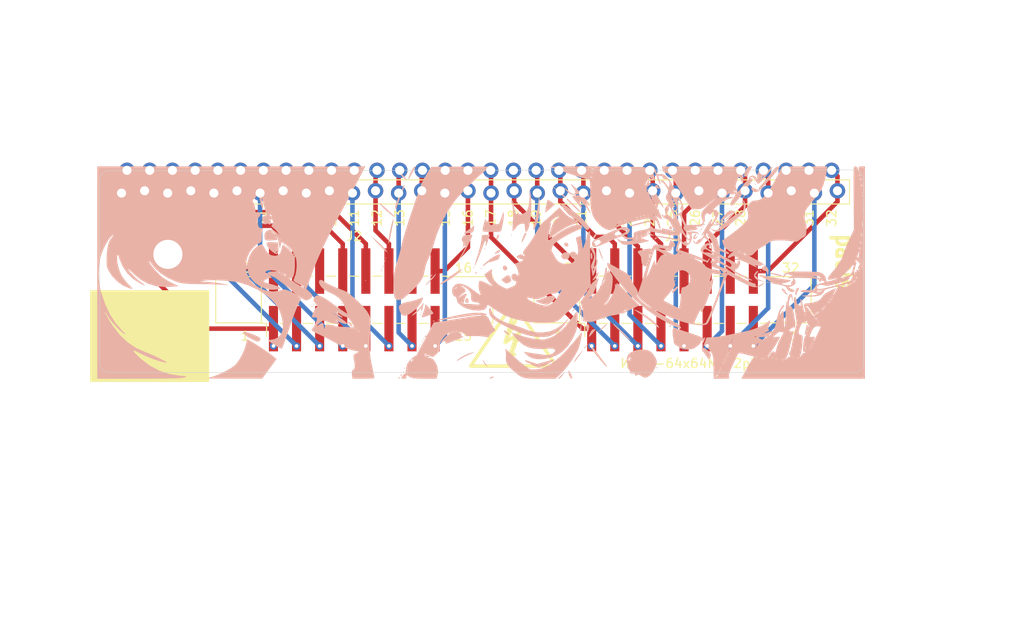
<source format=kicad_pcb>
(kicad_pcb (version 20171130) (host pcbnew "(5.1.2)-2")
  (layers (0 F.Cu signal) (31 B.Cu signal) (34 B.Paste user) (35 F.Paste user) (36 B.SilkS user) (37 F.SilkS user) (38 B.Mask user) (39 F.Mask user) (44 Edge.Cuts user))
  (net 0 "")
  (net 1 /OUT16)
  (net 2 /OUT15)
  (net 3 /OUT14)
  (net 4 /OUT13)
  (net 5 /OUT12)
  (net 6 /OUT11)
  (net 7 /OUT10)
  (net 8 /OUT9)
  (net 9 /OUT8)
  (net 10 /OUT7)
  (net 11 /OUT6)
  (net 12 /OUT5)
  (net 13 /OUT4)
  (net 14 /OUT3)
  (net 15 /OUT2)
  (net 16 /OUT1)
  (net 17 /OUT32)
  (net 18 /OUT21)
  (net 19 /OUT22)
  (net 20 /OUT23)
  (net 21 /OUT24)
  (net 22 /OUT27)
  (net 23 /OUT29)
  (net 24 /OUT30)
  (net 25 /OUT28)
  (net 26 /OUT31)
  (net 27 /OUT25)
  (net 28 /OUT26)
  (net 29 /OUT17)
  (net 30 /OUT18)
  (net 31 /OUT19)
  (net 32 /OUT20)
  (module IGG_64_breakout:Shrouded_PinHeader_2x08_P2.54mm_Vertical_SMD (layer F.Cu) (at 110 67 90)
    (fp_text reference J2 (at 7 0 180) (layer F.SilkS))
    (fp_text value Conn_01x16)
    (pad 15 thru_hole circle (at -5.08 8.89 90) (size 0.8 0.8) (drill 0.4) (layers *.Cu F.Mask) (net 2 /OUT15))
    (pad 13 thru_hole circle (at -5.08 6.35 90) (size 0.8 0.8) (drill 0.4) (layers *.Cu F.Mask) (net 4 /OUT13))
    (pad 11 thru_hole circle (at -5.08 3.81 90) (size 0.8 0.8) (drill 0.4) (layers *.Cu F.Mask) (net 6 /OUT11))
    (pad 9 thru_hole circle (at -5.08 1.27 90) (size 0.8 0.8) (drill 0.4) (layers *.Cu F.Mask) (net 8 /OUT9))
    (pad 7 thru_hole circle (at -5.08 -1.27 90) (size 0.8 0.8) (drill 0.4) (layers *.Cu F.Mask) (net 10 /OUT7))
    (pad 5 thru_hole circle (at -5.08 -3.81 90) (size 0.8 0.8) (drill 0.4) (layers *.Cu F.Mask) (net 12 /OUT5))
    (pad 3 thru_hole circle (at -5.08 -6.35 90) (size 0.8 0.8) (drill 0.4) (layers *.Cu F.Mask) (net 14 /OUT3))
    (pad 1 thru_hole circle (at -5.08 -8.89 90) (size 0.8 0.8) (drill 0.4) (layers *.Cu F.Mask) (net 16 /OUT1))
    (pad 1 smd rect (at -3.175 -8.89 90) (size 5 1) (layers F.Cu F.Paste F.Mask) (net 16 /OUT1))
    (pad 2 smd rect (at 3.175 -8.89 90) (size 5 1) (layers F.Cu F.Paste F.Mask) (net 15 /OUT2))
    (pad 3 smd rect (at -3.175 -6.35 90) (size 5 1) (layers F.Cu F.Paste F.Mask) (net 14 /OUT3))
    (pad 4 smd rect (at 3.16 -6.35 90) (size 5 1) (layers F.Cu F.Paste F.Mask) (net 13 /OUT4))
    (pad 5 smd rect (at -3.175 -3.81 90) (size 5 1) (layers F.Cu F.Paste F.Mask) (net 12 /OUT5))
    (pad 6 smd rect (at 3.16 -3.81 90) (size 5 1) (layers F.Cu F.Paste F.Mask) (net 11 /OUT6))
    (pad 7 smd rect (at -3.175 -1.27 90) (size 5 1) (layers F.Cu F.Paste F.Mask) (net 10 /OUT7))
    (pad 8 smd rect (at 3.16 -1.27 90) (size 5 1) (layers F.Cu F.Paste F.Mask) (net 9 /OUT8))
    (pad 9 smd rect (at -3.175 1.27 90) (size 5 1) (layers F.Cu F.Paste F.Mask) (net 8 /OUT9))
    (pad 10 smd rect (at 3.16 1.27 90) (size 5 1) (layers F.Cu F.Paste F.Mask) (net 7 /OUT10))
    (pad 11 smd rect (at -3.175 3.81 90) (size 5 1) (layers F.Cu F.Paste F.Mask) (net 6 /OUT11))
    (pad 12 smd rect (at 3.16 3.81 90) (size 5 1) (layers F.Cu F.Paste F.Mask) (net 5 /OUT12))
    (pad 13 smd rect (at -3.175 6.35 90) (size 5 1) (layers F.Cu F.Paste F.Mask) (net 4 /OUT13))
    (pad 14 smd rect (at 3.16 6.35 90) (size 5 1) (layers F.Cu F.Paste F.Mask) (net 3 /OUT14))
    (pad 15 smd rect (at -3.175 8.89 90) (size 5 1) (layers F.Cu F.Paste F.Mask) (net 2 /OUT15))
    (pad 16 smd rect (at 3.16 8.89 90) (size 5 1) (layers F.Cu F.Paste F.Mask) (net 1 /OUT16))
  )
  (module IGG_64_breakout:Shrouded_PinHeader_2x08_P2.54mm_Vertical_SMD (layer F.Cu) (at 145 67 90)
    (fp_text reference J3 (at 7 0 180) (layer F.SilkS))
    (fp_text value Conn_01x16)
    (pad 15 thru_hole circle (at -5.08 8.89 90) (size 0.8 0.8) (drill 0.4) (layers *.Cu F.Mask) (net 26 /OUT31))
    (pad 13 thru_hole circle (at -5.08 6.35 90) (size 0.8 0.8) (drill 0.4) (layers *.Cu F.Mask) (net 23 /OUT29))
    (pad 11 thru_hole circle (at -5.08 3.81 90) (size 0.8 0.8) (drill 0.4) (layers *.Cu F.Mask) (net 22 /OUT27))
    (pad 9 thru_hole circle (at -5.08 1.27 90) (size 0.8 0.8) (drill 0.4) (layers *.Cu F.Mask) (net 27 /OUT25))
    (pad 7 thru_hole circle (at -5.08 -1.27 90) (size 0.8 0.8) (drill 0.4) (layers *.Cu F.Mask) (net 20 /OUT23))
    (pad 5 thru_hole circle (at -5.08 -3.81 90) (size 0.8 0.8) (drill 0.4) (layers *.Cu F.Mask) (net 18 /OUT21))
    (pad 3 thru_hole circle (at -5.08 -6.35 90) (size 0.8 0.8) (drill 0.4) (layers *.Cu F.Mask) (net 31 /OUT19))
    (pad 1 thru_hole circle (at -5.08 -8.89 90) (size 0.8 0.8) (drill 0.4) (layers *.Cu F.Mask) (net 29 /OUT17))
    (pad 1 smd rect (at -3.175 -8.89 90) (size 5 1) (layers F.Cu F.Paste F.Mask) (net 29 /OUT17))
    (pad 2 smd rect (at 3.175 -8.89 90) (size 5 1) (layers F.Cu F.Paste F.Mask) (net 30 /OUT18))
    (pad 3 smd rect (at -3.175 -6.35 90) (size 5 1) (layers F.Cu F.Paste F.Mask) (net 31 /OUT19))
    (pad 4 smd rect (at 3.16 -6.35 90) (size 5 1) (layers F.Cu F.Paste F.Mask) (net 32 /OUT20))
    (pad 5 smd rect (at -3.175 -3.81 90) (size 5 1) (layers F.Cu F.Paste F.Mask) (net 18 /OUT21))
    (pad 6 smd rect (at 3.16 -3.81 90) (size 5 1) (layers F.Cu F.Paste F.Mask) (net 19 /OUT22))
    (pad 7 smd rect (at -3.175 -1.27 90) (size 5 1) (layers F.Cu F.Paste F.Mask) (net 20 /OUT23))
    (pad 8 smd rect (at 3.16 -1.27 90) (size 5 1) (layers F.Cu F.Paste F.Mask) (net 21 /OUT24))
    (pad 9 smd rect (at -3.175 1.27 90) (size 5 1) (layers F.Cu F.Paste F.Mask) (net 27 /OUT25))
    (pad 10 smd rect (at 3.16 1.27 90) (size 5 1) (layers F.Cu F.Paste F.Mask) (net 28 /OUT26))
    (pad 11 smd rect (at -3.175 3.81 90) (size 5 1) (layers F.Cu F.Paste F.Mask) (net 22 /OUT27))
    (pad 12 smd rect (at 3.16 3.81 90) (size 5 1) (layers F.Cu F.Paste F.Mask) (net 25 /OUT28))
    (pad 13 smd rect (at -3.175 6.35 90) (size 5 1) (layers F.Cu F.Paste F.Mask) (net 23 /OUT29))
    (pad 14 smd rect (at 3.16 6.35 90) (size 5 1) (layers F.Cu F.Paste F.Mask) (net 24 /OUT30))
    (pad 15 smd rect (at -3.175 8.89 90) (size 5 1) (layers F.Cu F.Paste F.Mask) (net 26 /OUT31))
    (pad 16 smd rect (at 3.16 8.89 90) (size 5 1) (layers F.Cu F.Paste F.Mask) (net 17 /OUT32))
  )
  (module IGG_64_breakout:PinSocket_1x32_P2.54mm_Vertical_sneaky (layer F.Cu) (at 84.4 55.127 90)
    (fp_text reference J4)
    (fp_text value Conn_01x32)
    (pad 32 thru_hole oval (at 0.127 78.74 90) (size 1.7 1.7) (drill 1) (layers *.Cu *.Mask) (net 17 /OUT32))
    (pad 31 thru_hole oval (at -0.127 76.2 90) (size 1.7 1.7) (drill 1) (layers *.Cu *.Mask) (net 26 /OUT31))
    (pad 30 thru_hole oval (at 0.127 73.66 90) (size 1.7 1.7) (drill 1) (layers *.Cu *.Mask) (net 24 /OUT30))
    (pad 29 thru_hole oval (at -0.127 71.12 90) (size 1.7 1.7) (drill 1) (layers *.Cu *.Mask) (net 23 /OUT29))
    (pad 28 thru_hole oval (at 0.127 68.58 90) (size 1.7 1.7) (drill 1) (layers *.Cu *.Mask) (net 25 /OUT28))
    (pad 27 thru_hole oval (at -0.127 66.04 90) (size 1.7 1.7) (drill 1) (layers *.Cu *.Mask) (net 22 /OUT27))
    (pad 26 thru_hole oval (at 0.127 63.5 90) (size 1.7 1.7) (drill 1) (layers *.Cu *.Mask) (net 28 /OUT26))
    (pad 25 thru_hole oval (at -0.127 60.96 90) (size 1.7 1.7) (drill 1) (layers *.Cu *.Mask) (net 27 /OUT25))
    (pad 24 thru_hole oval (at 0.127 58.42 90) (size 1.7 1.7) (drill 1) (layers *.Cu *.Mask) (net 21 /OUT24))
    (pad 23 thru_hole oval (at -0.127 55.88 90) (size 1.7 1.7) (drill 1) (layers *.Cu *.Mask) (net 20 /OUT23))
    (pad 22 thru_hole oval (at 0.127 53.34 90) (size 1.7 1.7) (drill 1) (layers *.Cu *.Mask) (net 19 /OUT22))
    (pad 21 thru_hole oval (at -0.127 50.8 90) (size 1.7 1.7) (drill 1) (layers *.Cu *.Mask) (net 18 /OUT21))
    (pad 20 thru_hole oval (at 0.127 48.26 90) (size 1.7 1.7) (drill 1) (layers *.Cu *.Mask) (net 32 /OUT20))
    (pad 19 thru_hole oval (at -0.127 45.72 90) (size 1.7 1.7) (drill 1) (layers *.Cu *.Mask) (net 31 /OUT19))
    (pad 18 thru_hole oval (at 0.127 43.18 90) (size 1.7 1.7) (drill 1) (layers *.Cu *.Mask) (net 30 /OUT18))
    (pad 17 thru_hole oval (at -0.127 40.64 90) (size 1.7 1.7) (drill 1) (layers *.Cu *.Mask) (net 29 /OUT17))
    (pad 16 thru_hole oval (at 0.127 38.1 90) (size 1.7 1.7) (drill 1) (layers *.Cu *.Mask) (net 1 /OUT16))
    (pad 15 thru_hole oval (at -0.127 35.56 90) (size 1.7 1.7) (drill 1) (layers *.Cu *.Mask) (net 2 /OUT15))
    (pad 14 thru_hole oval (at 0.127 33.02 90) (size 1.7 1.7) (drill 1) (layers *.Cu *.Mask) (net 3 /OUT14))
    (pad 13 thru_hole oval (at -0.127 30.48 90) (size 1.7 1.7) (drill 1) (layers *.Cu *.Mask) (net 4 /OUT13))
    (pad 12 thru_hole oval (at 0.127 27.94 90) (size 1.7 1.7) (drill 1) (layers *.Cu *.Mask) (net 5 /OUT12))
    (pad 11 thru_hole oval (at -0.127 25.4 90) (size 1.7 1.7) (drill 1) (layers *.Cu *.Mask) (net 6 /OUT11))
    (pad 10 thru_hole oval (at 0.127 22.86 90) (size 1.7 1.7) (drill 1) (layers *.Cu *.Mask) (net 7 /OUT10))
    (pad 9 thru_hole oval (at -0.127 20.32 90) (size 1.7 1.7) (drill 1) (layers *.Cu *.Mask) (net 8 /OUT9))
    (pad 8 thru_hole oval (at 0.127 17.78 90) (size 1.7 1.7) (drill 1) (layers *.Cu *.Mask) (net 9 /OUT8))
    (pad 7 thru_hole oval (at -0.127 15.24 90) (size 1.7 1.7) (drill 1) (layers *.Cu *.Mask) (net 10 /OUT7))
    (pad 6 thru_hole oval (at 0.127 12.7 90) (size 1.7 1.7) (drill 1) (layers *.Cu *.Mask) (net 11 /OUT6))
    (pad 5 thru_hole oval (at -0.127 10.16 90) (size 1.7 1.7) (drill 1) (layers *.Cu *.Mask) (net 12 /OUT5))
    (pad 4 thru_hole oval (at 0.127 7.62 90) (size 1.7 1.7) (drill 1) (layers *.Cu *.Mask) (net 13 /OUT4))
    (pad 3 thru_hole oval (at -0.127 5.08 90) (size 1.7 1.7) (drill 1) (layers *.Cu *.Mask) (net 14 /OUT3))
    (pad 2 thru_hole oval (at 0.127 2.54 90) (size 1.7 1.7) (drill 1) (layers *.Cu *.Mask) (net 15 /OUT2))
    (pad 1 thru_hole rect (at -0.127 0 90) (size 1.7 1.7) (drill 1) (layers *.Cu *.Mask) (net 16 /OUT1))
  )
  (module IGG_64_breakout:igg64_cast_32_1pth (layer F.Cu) (at 122.5 54.75)
    (fp_text reference J1)
    (fp_text value Conn_01x32)
    (fp_text user 32 (at 40 3.25 90) (layer F.SilkS))
    (fp_text user 31 (at 37.5 3.25 90) (layer F.SilkS))
    (fp_text user 25 (at 22.5 3.25 90) (layer F.SilkS))
    (fp_text user 27 (at 27.5 3.25 90) (layer F.SilkS))
    (fp_text user 24 (at 20 3.25 90) (layer F.SilkS))
    (fp_text user 26 (at 25 3.25 90) (layer F.SilkS))
    (fp_text user 28 (at 30 3.25 90) (layer F.SilkS))
    (fp_text user 29 (at 32.5 3.25 90) (layer F.SilkS))
    (fp_text user 30 (at 35 3.25 90) (layer F.SilkS))
    (fp_text user 18 (at 5 3.25 90) (layer F.SilkS))
    (fp_text user 20 (at 10 3.25 90) (layer F.SilkS))
    (fp_text user 17 (at 2.5 3.25 90) (layer F.SilkS))
    (fp_text user 19 (at 7.5 3.25 90) (layer F.SilkS))
    (fp_text user 21 (at 12.5 3.25 90) (layer F.SilkS))
    (fp_text user 22 (at 15 3.25 90) (layer F.SilkS))
    (fp_text user 23 (at 17.5 3.25 90) (layer F.SilkS))
    (fp_text user 16 (at 0 3.25 90) (layer F.SilkS))
    (fp_text user 15 (at -2.5 3.25 90) (layer F.SilkS))
    (fp_text user 14 (at -5 3.25 90) (layer F.SilkS))
    (fp_text user 13 (at -7.5 3.25 90) (layer F.SilkS))
    (fp_text user 12 (at -10 3.25 90) (layer F.SilkS))
    (fp_text user 11 (at -12.5 3.25 90) (layer F.SilkS))
    (fp_text user 10 (at -15 3.25 90) (layer F.SilkS))
    (fp_text user 9 (at -17.5 3.25) (layer F.SilkS))
    (fp_text user 8 (at -20 3.25) (layer F.SilkS))
    (fp_text user 7 (at -22.5 3.25) (layer F.SilkS))
    (fp_text user 6 (at -25 3.25) (layer F.SilkS))
    (fp_text user 5 (at -27.5 3.25) (layer F.SilkS))
    (fp_text user 4 (at -30 3.25) (layer F.SilkS))
    (fp_text user 3 (at -32.5 3.25) (layer F.SilkS))
    (fp_text user 2 (at -35.5 3.25) (layer F.SilkS))
    (fp_text user 1 (at -37.5 3.25) (layer F.SilkS))
    (pad 32 thru_hole circle (at 40 -2) (size 1.7 1.7) (drill 1) (layers *.Cu *.Mask) (net 17 /OUT32))
    (pad 21 thru_hole circle (at 12.5 -2) (size 1.7 1.7) (drill 1) (layers *.Cu *.Mask) (net 18 /OUT21))
    (pad 28 thru_hole circle (at 30 -2) (size 1.7 1.7) (drill 1) (layers *.Cu *.Mask) (net 25 /OUT28))
    (pad 24 thru_hole circle (at 20 -2) (size 1.7 1.7) (drill 1) (layers *.Cu *.Mask) (net 21 /OUT24))
    (pad 31 thru_hole circle (at 37.5 -2) (size 1.7 1.7) (drill 1) (layers *.Cu *.Mask) (net 26 /OUT31))
    (pad 26 thru_hole circle (at 25 -2) (size 1.7 1.7) (drill 1) (layers *.Cu *.Mask) (net 28 /OUT26))
    (pad 27 thru_hole circle (at 27.5 -2) (size 1.7 1.7) (drill 1) (layers *.Cu *.Mask) (net 22 /OUT27))
    (pad 22 thru_hole circle (at 15 -2) (size 1.7 1.7) (drill 1) (layers *.Cu *.Mask) (net 19 /OUT22))
    (pad 29 thru_hole circle (at 32.5 -2) (size 1.7 1.7) (drill 1) (layers *.Cu *.Mask) (net 23 /OUT29))
    (pad 23 thru_hole circle (at 17.5 -2) (size 1.7 1.7) (drill 1) (layers *.Cu *.Mask) (net 20 /OUT23))
    (pad 25 thru_hole circle (at 22.5 -2) (size 1.7 1.7) (drill 1) (layers *.Cu *.Mask) (net 27 /OUT25))
    (pad 30 thru_hole circle (at 35 -2) (size 1.7 1.7) (drill 1) (layers *.Cu *.Mask) (net 24 /OUT30))
    (pad 17 thru_hole circle (at 2.5 -2) (size 1.7 1.7) (drill 1) (layers *.Cu *.Mask) (net 29 /OUT17))
    (pad 20 thru_hole circle (at 10 -2) (size 1.7 1.7) (drill 1) (layers *.Cu *.Mask) (net 32 /OUT20))
    (pad 18 thru_hole circle (at 5 -2) (size 1.7 1.7) (drill 1) (layers *.Cu *.Mask) (net 30 /OUT18))
    (pad 19 thru_hole circle (at 7.5 -2) (size 1.7 1.7) (drill 1) (layers *.Cu *.Mask) (net 31 /OUT19))
    (pad 16 thru_hole circle (at 0 -2) (size 1.7 1.7) (drill 1) (layers *.Cu *.Mask) (net 1 /OUT16))
    (pad 15 thru_hole circle (at -2.5 -2) (size 1.7 1.7) (drill 1) (layers *.Cu *.Mask) (net 2 /OUT15))
    (pad 14 thru_hole circle (at -5 -2) (size 1.7 1.7) (drill 1) (layers *.Cu *.Mask) (net 3 /OUT14))
    (pad 13 thru_hole circle (at -7.5 -2) (size 1.7 1.7) (drill 1) (layers *.Cu *.Mask) (net 4 /OUT13))
    (pad 12 thru_hole circle (at -10 -2) (size 1.7 1.7) (drill 1) (layers *.Cu *.Mask) (net 5 /OUT12))
    (pad 11 thru_hole circle (at -12.5 -2) (size 1.7 1.7) (drill 1) (layers *.Cu *.Mask) (net 6 /OUT11))
    (pad 10 thru_hole circle (at -15 -2) (size 1.7 1.7) (drill 1) (layers *.Cu *.Mask) (net 7 /OUT10))
    (pad 9 thru_hole circle (at -17.5 -2) (size 1.7 1.7) (drill 1) (layers *.Cu *.Mask) (net 8 /OUT9))
    (pad 8 thru_hole circle (at -20 -2) (size 1.7 1.7) (drill 1) (layers *.Cu *.Mask) (net 9 /OUT8))
    (pad 7 thru_hole circle (at -22.5 -2) (size 1.7 1.7) (drill 1) (layers *.Cu *.Mask) (net 10 /OUT7))
    (pad 6 thru_hole circle (at -25 -2) (size 1.7 1.7) (drill 1) (layers *.Cu *.Mask) (net 11 /OUT6))
    (pad 5 thru_hole circle (at -27.5 -2) (size 1.7 1.7) (drill 1) (layers *.Cu *.Mask) (net 12 /OUT5))
    (pad 4 thru_hole circle (at -30 -2) (size 1.7 1.7) (drill 1) (layers *.Cu *.Mask) (net 13 /OUT4))
    (pad 3 thru_hole circle (at -32.5 -2) (size 1.7 1.7) (drill 1) (layers *.Cu *.Mask) (net 14 /OUT3))
    (pad 2 thru_hole circle (at -35 -2) (size 1.7 1.7) (drill 1) (layers *.Cu *.Mask) (net 15 /OUT2))
    (pad 1 thru_hole circle (at -37.5 -2) (size 1.7 1.7) (drill 1) (layers *.Cu *.Mask) (net 16 /OUT1))
  )
  (module IGG_64_breakout:doremy_83x23 (layer B.Cu) (at 124 64 180)
    (fp_text reference G*** hide)
    (fp_text value LOGO hide)
  )
  (module MountingHole:MountingHole_3.2mm_M3 (layer F.Cu) (at 89.5 62)
    (fp_text reference REF**)
    (fp_text value MountingHole_3.2mm_M3)
    (pad 1 np_thru_hole circle (at 0 0) (size 3.2 3.2) (drill 3.2) (layers *.Cu *.Mask))
  )
  (module Symbol:Symbol_HighVoltage_Type2_CopperTop_VerySmall (layer F.Cu) (at 127.5 71.5)
    (fp_text reference REF**)
    (fp_text value Symbol_HighVoltage_Type2_CopperTop_VerySmall)
  )
  (gr_text "ИГГ1-64x64M 32pin Breakout v1" (at 152 74) (layer F.SilkS) (effects (font (size 1 1))))
  (gr_text paulsc.how (at 164 66 270) (layer F.SilkS) (effects (font (size 2 1.5) (thickness 0.375))))
  (gr_poly (pts (xy 81 76) (xy 81 66) (xy 94 66) (xy 94 76)) (layer F.SilkS) (width 0.1))
  (gr_text 31 (at 158 71) (layer F.SilkS) (effects (font (size 1 1))))
  (gr_text 32 (at 158 63.5) (layer F.SilkS) (effects (font (size 1 1))))
  (gr_text 17 (at 133 71) (layer F.SilkS) (effects (font (size 1 1))))
  (gr_text 18 (at 133 63.5) (layer F.SilkS) (effects (font (size 1 1))))
  (gr_text 16 (at 122 63.5) (layer F.SilkS) (effects (font (size 1 1))))
  (gr_text 2 (at 98 63.5) (layer F.SilkS) (effects (font (size 1 1))))
  (gr_text 15 (at 122 71) (layer F.SilkS) (effects (font (size 1 1))))
  (gr_text 1 (at 98 71) (layer F.SilkS) (effects (font (size 1 1))))
  (gr_arc (start 165 53.7) (end 166 53.7) (angle -90) (layer Edge.Cuts) (width 0.05))
  (gr_arc (start 165 74) (end 165 75) (angle -90) (layer Edge.Cuts) (width 0.05))
  (gr_arc (start 83 74) (end 82 74) (angle -90) (layer Edge.Cuts) (width 0.05))
  (gr_arc (start 83 53.8) (end 83 52.8) (angle -90) (layer Edge.Cuts) (width 0.05))
  (gr_line (start 166 53.7) (end 166 74) (layer Edge.Cuts) (width 0.05))
  (gr_line (start 165 52.7) (end 83 52.8) (layer Edge.Cuts) (width 0.05))
  (gr_line (start 82 74) (end 82 53.8) (layer Edge.Cuts) (width 0.05))
  (gr_line (start 165 75) (end 83 75) (layer Edge.Cuts) (width 0.05))
  (segment (start 122.5 55) (end 122.5 52.75) (width 0.5) (layer F.Cu) (net 1))
  (segment (start 122.5 56.202081) (end 122.5 55) (width 0.5) (layer F.Cu) (net 1))
  (segment (start 122.5 61.23) (end 122.5 56.202081) (width 0.5) (layer F.Cu) (net 1))
  (segment (start 119.89 63.84) (end 122.5 61.23) (width 0.5) (layer F.Cu) (net 1))
  (segment (start 118.89 63.84) (end 119.89 63.84) (width 0.5) (layer F.Cu) (net 1))
  (segment (start 119.96 52.79) (end 120 52.75) (width 0.5) (layer F.Cu) (net 2))
  (segment (start 119.96 55.254) (end 119.96 52.79) (width 0.5) (layer F.Cu) (net 2))
  (segment (start 119.96 71.01) (end 119.96 55.254) (width 0.5) (layer B.Cu) (net 2))
  (segment (start 118.89 72.08) (end 119.96 71.01) (width 0.5) (layer B.Cu) (net 2))
  (segment (start 117.42 52.83) (end 117.5 52.75) (width 0.5) (layer F.Cu) (net 3))
  (segment (start 117.42 55) (end 117.42 52.83) (width 0.5) (layer F.Cu) (net 3))
  (segment (start 117.42 56.202081) (end 117.42 55) (width 0.5) (layer F.Cu) (net 3))
  (segment (start 117.42 59.77) (end 117.42 56.202081) (width 0.5) (layer F.Cu) (net 3))
  (segment (start 116.35 60.84) (end 117.42 59.77) (width 0.5) (layer F.Cu) (net 3))
  (segment (start 116.35 63.84) (end 116.35 60.84) (width 0.5) (layer F.Cu) (net 3))
  (segment (start 114.88 52.87) (end 115 52.75) (width 0.5) (layer F.Cu) (net 4))
  (segment (start 114.88 55.254) (end 114.88 52.87) (width 0.5) (layer F.Cu) (net 4))
  (segment (start 114.88 70.61) (end 114.88 55.254) (width 0.5) (layer B.Cu) (net 4))
  (segment (start 116.35 72.08) (end 114.88 70.61) (width 0.5) (layer B.Cu) (net 4))
  (segment (start 112.34 52.91) (end 112.5 52.75) (width 0.5) (layer F.Cu) (net 5))
  (segment (start 112.34 55) (end 112.34 52.91) (width 0.5) (layer F.Cu) (net 5))
  (segment (start 112.34 56.202081) (end 112.34 55) (width 0.5) (layer F.Cu) (net 5))
  (segment (start 112.34 59.37) (end 112.34 56.202081) (width 0.5) (layer F.Cu) (net 5))
  (segment (start 113.81 60.84) (end 112.34 59.37) (width 0.5) (layer F.Cu) (net 5))
  (segment (start 113.81 63.84) (end 113.81 60.84) (width 0.5) (layer F.Cu) (net 5))
  (segment (start 109.8 52.95) (end 110 52.75) (width 0.5) (layer F.Cu) (net 6))
  (segment (start 109.8 55.254) (end 109.8 52.95) (width 0.5) (layer F.Cu) (net 6))
  (segment (start 109.8 68.07) (end 109.8 55.254) (width 0.5) (layer B.Cu) (net 6))
  (segment (start 113.81 72.08) (end 109.8 68.07) (width 0.5) (layer B.Cu) (net 6))
  (segment (start 107.26 52.99) (end 107.5 52.75) (width 0.5) (layer F.Cu) (net 7))
  (segment (start 107.26 55) (end 107.26 52.99) (width 0.5) (layer F.Cu) (net 7))
  (segment (start 107.26 56.202081) (end 107.26 55) (width 0.5) (layer F.Cu) (net 7))
  (segment (start 107.26 56.83) (end 107.26 56.202081) (width 0.5) (layer F.Cu) (net 7))
  (segment (start 111.27 60.84) (end 107.26 56.83) (width 0.5) (layer F.Cu) (net 7))
  (segment (start 111.27 63.84) (end 111.27 60.84) (width 0.5) (layer F.Cu) (net 7))
  (segment (start 104.72 53.03) (end 105 52.75) (width 0.5) (layer F.Cu) (net 8))
  (segment (start 104.72 55.254) (end 104.72 53.03) (width 0.5) (layer F.Cu) (net 8))
  (segment (start 104.72 65.53) (end 104.72 55.254) (width 0.5) (layer B.Cu) (net 8))
  (segment (start 111.27 72.08) (end 104.72 65.53) (width 0.5) (layer B.Cu) (net 8))
  (segment (start 102.18 53.07) (end 102.5 52.75) (width 0.5) (layer F.Cu) (net 9))
  (segment (start 102.18 55) (end 102.18 53.07) (width 0.5) (layer F.Cu) (net 9))
  (segment (start 102.18 55.822002) (end 102.18 55) (width 0.5) (layer F.Cu) (net 9))
  (segment (start 105.244001 57.354001) (end 103.711999 57.354001) (width 0.5) (layer F.Cu) (net 9))
  (segment (start 108.73 60.84) (end 105.244001 57.354001) (width 0.5) (layer F.Cu) (net 9))
  (segment (start 108.73 63.84) (end 108.73 60.84) (width 0.5) (layer F.Cu) (net 9))
  (segment (start 103.711999 57.354001) (end 102.18 55.822002) (width 0.5) (layer F.Cu) (net 9))
  (segment (start 99.64 53.11) (end 100 52.75) (width 0.5) (layer F.Cu) (net 10))
  (segment (start 99.64 55.254) (end 99.64 53.11) (width 0.5) (layer F.Cu) (net 10))
  (segment (start 99.64 62.99) (end 99.64 55.254) (width 0.5) (layer B.Cu) (net 10))
  (segment (start 108.73 72.08) (end 99.64 62.99) (width 0.5) (layer B.Cu) (net 10))
  (segment (start 97.1 53.15) (end 97.5 52.75) (width 0.5) (layer F.Cu) (net 11))
  (segment (start 97.1 55) (end 97.1 53.15) (width 0.5) (layer F.Cu) (net 11))
  (segment (start 98.25192 57.354001) (end 97.1 56.202081) (width 0.5) (layer F.Cu) (net 11))
  (segment (start 97.1 56.202081) (end 97.1 55) (width 0.5) (layer F.Cu) (net 11))
  (segment (start 103.090675 58.854012) (end 101.590665 57.354001) (width 0.5) (layer F.Cu) (net 11))
  (segment (start 104.204012 58.854012) (end 103.090675 58.854012) (width 0.5) (layer F.Cu) (net 11))
  (segment (start 106.19 60.84) (end 104.204012 58.854012) (width 0.5) (layer F.Cu) (net 11))
  (segment (start 106.19 63.84) (end 106.19 60.84) (width 0.5) (layer F.Cu) (net 11))
  (segment (start 101.590665 57.354001) (end 98.25192 57.354001) (width 0.5) (layer F.Cu) (net 11))
  (segment (start 94.56 53.19) (end 95 52.75) (width 0.5) (layer F.Cu) (net 12))
  (segment (start 94.56 55.254) (end 94.56 53.19) (width 0.5) (layer F.Cu) (net 12))
  (segment (start 94.56 60.45) (end 94.56 55.254) (width 0.5) (layer B.Cu) (net 12))
  (segment (start 106.19 72.08) (end 94.56 60.45) (width 0.5) (layer B.Cu) (net 12))
  (segment (start 92.02 53.23) (end 92.5 52.75) (width 0.5) (layer F.Cu) (net 13))
  (segment (start 92.02 55) (end 92.02 53.23) (width 0.5) (layer F.Cu) (net 13))
  (segment (start 103.65 63.84) (end 103.65 61.534671) (width 0.5) (layer F.Cu) (net 13))
  (segment (start 103.65 61.534671) (end 100.969341 58.854012) (width 0.5) (layer F.Cu) (net 13))
  (segment (start 92.02 55.822002) (end 92.02 55) (width 0.5) (layer F.Cu) (net 13))
  (segment (start 100.969341 58.854012) (end 95.05201 58.854012) (width 0.5) (layer F.Cu) (net 13))
  (segment (start 95.05201 58.854012) (end 92.02 55.822002) (width 0.5) (layer F.Cu) (net 13))
  (segment (start 89.48 53.27) (end 90 52.75) (width 0.5) (layer F.Cu) (net 14))
  (segment (start 89.48 55.254) (end 89.48 53.27) (width 0.5) (layer F.Cu) (net 14))
  (segment (start 89.48 57.91) (end 89.48 55.254) (width 0.5) (layer B.Cu) (net 14))
  (segment (start 103.65 72.08) (end 89.48 57.91) (width 0.5) (layer B.Cu) (net 14))
  (segment (start 86.94 53.31) (end 87.5 52.75) (width 0.5) (layer F.Cu) (net 15))
  (segment (start 86.94 55) (end 86.94 53.31) (width 0.5) (layer F.Cu) (net 15))
  (segment (start 88.09192 57.354001) (end 86.94 56.202081) (width 0.5) (layer F.Cu) (net 15))
  (segment (start 86.94 56.202081) (end 86.94 55) (width 0.5) (layer F.Cu) (net 15))
  (segment (start 91.430665 57.354001) (end 88.09192 57.354001) (width 0.5) (layer F.Cu) (net 15))
  (segment (start 97.901664 63.825) (end 91.430665 57.354001) (width 0.5) (layer F.Cu) (net 15))
  (segment (start 101.11 63.825) (end 97.901664 63.825) (width 0.5) (layer F.Cu) (net 15))
  (segment (start 84.4 53.35) (end 85 52.75) (width 0.5) (layer F.Cu) (net 16))
  (segment (start 84.4 55.254) (end 84.4 53.35) (width 0.5) (layer F.Cu) (net 16))
  (segment (start 84.4 56.604) (end 84.4 55.254) (width 0.5) (layer F.Cu) (net 16))
  (segment (start 84.4 61.118002) (end 84.4 56.604) (width 0.5) (layer F.Cu) (net 16))
  (segment (start 93.456998 70.175) (end 84.4 61.118002) (width 0.5) (layer F.Cu) (net 16))
  (segment (start 101.11 70.175) (end 93.456998 70.175) (width 0.5) (layer F.Cu) (net 16))
  (segment (start 163.14 53.39) (end 162.5 52.75) (width 0.5) (layer F.Cu) (net 17))
  (segment (start 163.14 55) (end 163.14 53.39) (width 0.5) (layer F.Cu) (net 17))
  (segment (start 163.14 56.202081) (end 163.14 55) (width 0.5) (layer F.Cu) (net 17))
  (segment (start 155.502081 63.84) (end 163.14 56.202081) (width 0.5) (layer F.Cu) (net 17))
  (segment (start 153.89 63.84) (end 155.502081 63.84) (width 0.5) (layer F.Cu) (net 17))
  (segment (start 135.2 52.95) (end 135 52.75) (width 0.5) (layer F.Cu) (net 18))
  (segment (start 135.2 55.254) (end 135.2 52.95) (width 0.5) (layer F.Cu) (net 18))
  (segment (start 135.2 66.09) (end 135.2 55.254) (width 0.5) (layer B.Cu) (net 18))
  (segment (start 141.19 72.08) (end 135.2 66.09) (width 0.5) (layer B.Cu) (net 18))
  (segment (start 137.74 52.99) (end 137.5 52.75) (width 0.5) (layer F.Cu) (net 19))
  (segment (start 137.74 55) (end 137.74 52.99) (width 0.5) (layer F.Cu) (net 19))
  (segment (start 141.19 61.129998) (end 141.19 63.84) (width 0.5) (layer F.Cu) (net 19))
  (segment (start 137.74 57.679998) (end 141.19 61.129998) (width 0.5) (layer F.Cu) (net 19))
  (segment (start 137.74 55) (end 137.74 57.679998) (width 0.5) (layer F.Cu) (net 19))
  (segment (start 140.28 53.03) (end 140 52.75) (width 0.5) (layer F.Cu) (net 20))
  (segment (start 140.28 55.254) (end 140.28 53.03) (width 0.5) (layer F.Cu) (net 20))
  (segment (start 140.28 68.63) (end 140.28 55.254) (width 0.5) (layer B.Cu) (net 20))
  (segment (start 143.73 72.08) (end 140.28 68.63) (width 0.5) (layer B.Cu) (net 20))
  (segment (start 142.82 53.07) (end 142.5 52.75) (width 0.5) (layer F.Cu) (net 21))
  (segment (start 142.82 55) (end 142.82 53.07) (width 0.5) (layer F.Cu) (net 21))
  (segment (start 142.82 56.202081) (end 142.82 55) (width 0.5) (layer F.Cu) (net 21))
  (segment (start 142.82 59.93) (end 142.82 56.202081) (width 0.5) (layer F.Cu) (net 21))
  (segment (start 143.73 60.84) (end 142.82 59.93) (width 0.5) (layer F.Cu) (net 21))
  (segment (start 143.73 63.84) (end 143.73 60.84) (width 0.5) (layer F.Cu) (net 21))
  (segment (start 150.44 53.19) (end 150 52.75) (width 0.5) (layer F.Cu) (net 22))
  (segment (start 150.44 55.254) (end 150.44 53.19) (width 0.5) (layer F.Cu) (net 22))
  (segment (start 150.44 70.45) (end 150.44 55.254) (width 0.5) (layer B.Cu) (net 22))
  (segment (start 148.81 72.08) (end 150.44 70.45) (width 0.5) (layer B.Cu) (net 22))
  (segment (start 155.52 53.27) (end 155 52.75) (width 0.5) (layer F.Cu) (net 23))
  (segment (start 155.52 55.254) (end 155.52 53.27) (width 0.5) (layer F.Cu) (net 23))
  (segment (start 155.52 67.91) (end 155.52 55.254) (width 0.5) (layer B.Cu) (net 23))
  (segment (start 151.35 72.08) (end 155.52 67.91) (width 0.5) (layer B.Cu) (net 23))
  (segment (start 158.06 53.31) (end 157.5 52.75) (width 0.5) (layer F.Cu) (net 24))
  (segment (start 158.06 55) (end 158.06 53.31) (width 0.5) (layer F.Cu) (net 24))
  (segment (start 158.06 56.202081) (end 158.06 55) (width 0.5) (layer F.Cu) (net 24))
  (segment (start 156.90808 57.354001) (end 158.06 56.202081) (width 0.5) (layer F.Cu) (net 24))
  (segment (start 154.835999 57.354001) (end 156.90808 57.354001) (width 0.5) (layer F.Cu) (net 24))
  (segment (start 151.35 60.84) (end 154.835999 57.354001) (width 0.5) (layer F.Cu) (net 24))
  (segment (start 151.35 63.84) (end 151.35 60.84) (width 0.5) (layer F.Cu) (net 24))
  (segment (start 152.98 53.23) (end 152.5 52.75) (width 0.5) (layer F.Cu) (net 25))
  (segment (start 152.98 55) (end 152.98 53.23) (width 0.5) (layer F.Cu) (net 25))
  (segment (start 152.98 56.202081) (end 152.98 55) (width 0.5) (layer F.Cu) (net 25))
  (segment (start 152.98 56.67) (end 152.98 56.202081) (width 0.5) (layer F.Cu) (net 25))
  (segment (start 148.81 60.84) (end 152.98 56.67) (width 0.5) (layer F.Cu) (net 25))
  (segment (start 148.81 63.84) (end 148.81 60.84) (width 0.5) (layer F.Cu) (net 25))
  (segment (start 160 54.654) (end 160 52.75) (width 0.5) (layer F.Cu) (net 26))
  (segment (start 160.6 55.254) (end 160 54.654) (width 0.5) (layer F.Cu) (net 26))
  (segment (start 160.6 65.37) (end 160.6 55.254) (width 0.5) (layer B.Cu) (net 26))
  (segment (start 153.89 72.08) (end 160.6 65.37) (width 0.5) (layer B.Cu) (net 26))
  (segment (start 145.36 53.11) (end 145 52.75) (width 0.5) (layer F.Cu) (net 27))
  (segment (start 145.36 55.254) (end 145.36 53.11) (width 0.5) (layer F.Cu) (net 27))
  (segment (start 145.36 71.17) (end 145.36 55.254) (width 0.5) (layer B.Cu) (net 27))
  (segment (start 146.27 72.08) (end 145.36 71.17) (width 0.5) (layer B.Cu) (net 27))
  (segment (start 147.9 53.15) (end 147.5 52.75) (width 0.5) (layer F.Cu) (net 28))
  (segment (start 147.9 55) (end 147.9 53.15) (width 0.5) (layer F.Cu) (net 28))
  (segment (start 147.9 55.822002) (end 147.9 55) (width 0.5) (layer F.Cu) (net 28))
  (segment (start 146.27 57.452002) (end 147.9 55.822002) (width 0.5) (layer F.Cu) (net 28))
  (segment (start 146.27 63.84) (end 146.27 57.452002) (width 0.5) (layer F.Cu) (net 28))
  (segment (start 125.04 52.79) (end 125 52.75) (width 0.5) (layer F.Cu) (net 29))
  (segment (start 125.04 55.254) (end 125.04 52.79) (width 0.5) (layer F.Cu) (net 29))
  (segment (start 135.11 70.175) (end 136.11 70.175) (width 0.5) (layer F.Cu) (net 29))
  (segment (start 125.04 60.105) (end 135.11 70.175) (width 0.5) (layer F.Cu) (net 29))
  (segment (start 125.04 55.254) (end 125.04 60.105) (width 0.5) (layer F.Cu) (net 29))
  (segment (start 127.58 52.83) (end 127.5 52.75) (width 0.5) (layer F.Cu) (net 30))
  (segment (start 127.58 55) (end 127.58 52.83) (width 0.5) (layer F.Cu) (net 30))
  (segment (start 127.58 56.202081) (end 127.58 55) (width 0.5) (layer F.Cu) (net 30))
  (segment (start 127.58 56.295) (end 127.58 56.202081) (width 0.5) (layer F.Cu) (net 30))
  (segment (start 135.11 63.825) (end 127.58 56.295) (width 0.5) (layer F.Cu) (net 30))
  (segment (start 136.11 63.825) (end 135.11 63.825) (width 0.5) (layer F.Cu) (net 30))
  (segment (start 130.12 52.87) (end 130 52.75) (width 0.5) (layer F.Cu) (net 31))
  (segment (start 130.12 55.254) (end 130.12 52.87) (width 0.5) (layer F.Cu) (net 31))
  (segment (start 130.12 63.55) (end 130.12 55.254) (width 0.5) (layer B.Cu) (net 31))
  (segment (start 138.65 72.08) (end 130.12 63.55) (width 0.5) (layer B.Cu) (net 31))
  (segment (start 132.66 52.91) (end 132.5 52.75) (width 0.5) (layer F.Cu) (net 32))
  (segment (start 132.66 55) (end 132.66 52.91) (width 0.5) (layer F.Cu) (net 32))
  (segment (start 138.65 60.84) (end 138.65 63.84) (width 0.5) (layer F.Cu) (net 32))
  (segment (start 137.884999 60.074999) (end 138.65 60.84) (width 0.5) (layer F.Cu) (net 32))
  (segment (start 136.532918 60.074999) (end 137.884999 60.074999) (width 0.5) (layer F.Cu) (net 32))
  (segment (start 132.66 56.202081) (end 136.532918 60.074999) (width 0.5) (layer F.Cu) (net 32))
  (segment (start 132.66 55) (end 132.66 56.202081) (width 0.5) (layer F.Cu) (net 32))
)
</source>
